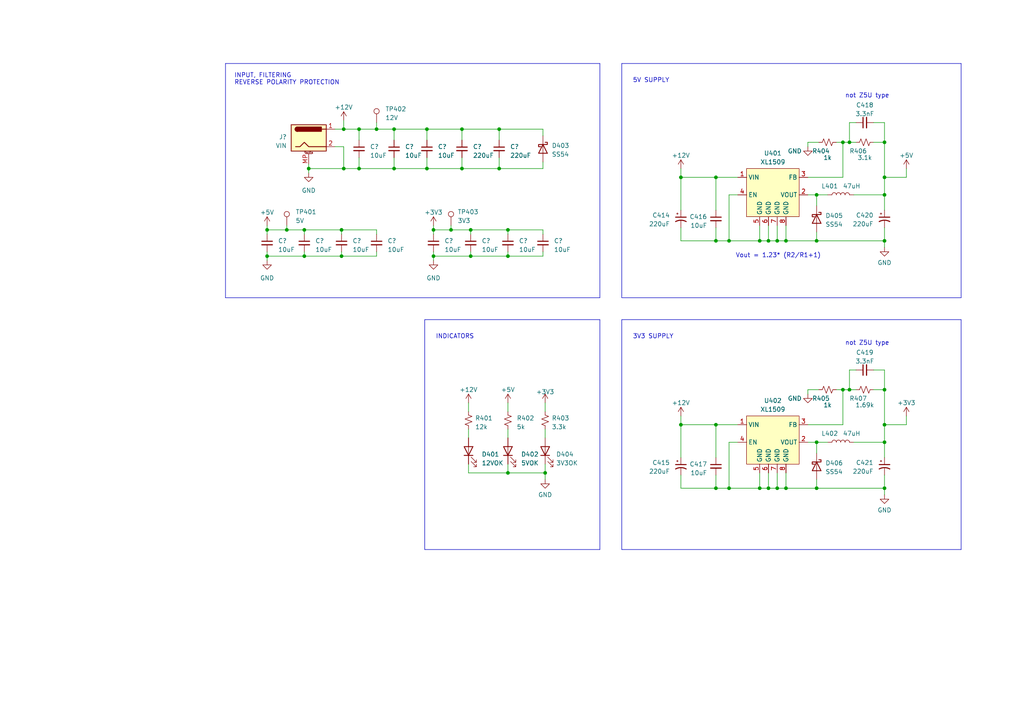
<source format=kicad_sch>
(kicad_sch (version 20230121) (generator eeschema)
  (paper "A4")
  (title_block (title "POWER SUPPLY") (date "2023-04-16") (rev "1.0") (company "matei repair lab"))
  (lib_symbols
    (symbol "Connector:Barrel_Jack_MountingPin" (pin_names hide)
      (property "Reference" "J" (at 0 5.334 0))
      (property "Value" "Barrel_Jack_MountingPin" (at 1.27 -6.35 0))
      (symbol "Barrel_Jack_MountingPin_0_1"
        (rectangle (start -5.08 3.81) (end 5.08 -3.81) (stroke (width 0.254)) (fill (type background)))
        (arc (start -3.302 3.175) (mid -3.9343 2.54) (end -3.302 1.905) (stroke (width 0.254)))
        (arc (start -3.302 3.175) (mid -3.9343 2.54) (end -3.302 1.905) (stroke (width 0.254)) (fill (type outline)))
        (polyline (pts (xy 5.08 2.54) (xy 3.81 2.54)) (stroke (width 0.254)))
        (polyline (pts (xy -3.81 -2.54) (xy -2.54 -2.54) (xy -1.27 -1.27) (xy 0 -2.54) (xy 2.54 -2.54) (xy 5.08 -2.54)) (stroke (width 0.254)))
        (rectangle (start 3.683 3.175) (end -3.302 1.905) (stroke (width 0.254)) (fill (type outline)))
      )
      (symbol "Barrel_Jack_MountingPin_1_1"
        (polyline (pts (xy -1.016 -4.572) (xy 1.016 -4.572)) (stroke (width 0.1524)))
        (text "Mounting" (at 0 -4.191 0) (effects (font (size 0.381 0.381))))
        (pin passive line (at 7.62 2.54 180) (length 2.54) (name "~") (number "1"))
        (pin passive line (at 7.62 -2.54 180) (length 2.54) (name "~") (number "2"))
        (pin passive line (at 0 -7.62 90) (length 3.048) (name "MountPin") (number "MP"))
      )
    )
    (symbol "Connector:TestPoint" (pin_numbers hide) (pin_names (offset 0.762) hide)
      (property "Reference" "TP" (at 0 6.858 0))
      (property "Value" "TestPoint" (at 0 5.08 0))
      (symbol "TestPoint_0_1"
        (circle (center 0 3.302) (radius 0.762))
      )
      (symbol "TestPoint_1_1"
        (pin passive line (at 0 0 90) (length 2.54) (name "1") (number "1"))
      )
    )
    (symbol "Device:C_Polarized_Small_US" (pin_numbers hide) (pin_names (offset 0.254) hide)
      (property "Reference" "C" (at 0.254 1.778 0))
      (property "Value" "C_Polarized_Small_US" (at 0.254 -2.032 0))
      (symbol "C_Polarized_Small_US_0_1"
        (polyline (pts (xy -1.524 0.508) (xy 1.524 0.508)) (stroke (width 0.3048)))
        (polyline (pts (xy -1.27 1.524) (xy -0.762 1.524)))
        (polyline (pts (xy -1.016 1.27) (xy -1.016 1.778)))
        (arc (start 1.524 -0.762) (mid 0 -0.3734) (end -1.524 -0.762) (stroke (width 0.3048)))
      )
      (symbol "C_Polarized_Small_US_1_1"
        (pin passive line (at 0 2.54 270) (length 2.032) (name "~") (number "1"))
        (pin passive line (at 0 -2.54 90) (length 2.032) (name "~") (number "2"))
      )
    )
    (symbol "Device:C_Small" (pin_numbers hide) (pin_names (offset 0.254) hide)
      (property "Reference" "C" (at 0.254 1.778 0))
      (property "Value" "C_Small" (at 0.254 -2.032 0))
      (symbol "C_Small_0_1"
        (polyline (pts (xy -1.524 -0.508) (xy 1.524 -0.508)) (stroke (width 0.3302)))
        (polyline (pts (xy -1.524 0.508) (xy 1.524 0.508)) (stroke (width 0.3048)))
      )
      (symbol "C_Small_1_1"
        (pin passive line (at 0 2.54 270) (length 2.032) (name "~") (number "1"))
        (pin passive line (at 0 -2.54 90) (length 2.032) (name "~") (number "2"))
      )
    )
    (symbol "Device:D_Schottky" (pin_numbers hide) (pin_names (offset 1.016) hide)
      (property "Reference" "D" (at 0 2.54 0))
      (property "Value" "D_Schottky" (at 0 -2.54 0))
      (symbol "D_Schottky_0_1"
        (polyline (pts (xy 1.27 0) (xy -1.27 0)))
        (polyline (pts (xy 1.27 1.27) (xy 1.27 -1.27) (xy -1.27 0) (xy 1.27 1.27)) (stroke (width 0.254)))
        (polyline (pts (xy -1.905 0.635) (xy -1.905 1.27) (xy -1.27 1.27) (xy -1.27 -1.27) (xy -0.635 -1.27) (xy -0.635 -0.635)) (stroke (width 0.254)))
      )
      (symbol "D_Schottky_1_1"
        (pin passive line (at -3.81 0 0) (length 2.54) (name "K") (number "1"))
        (pin passive line (at 3.81 0 180) (length 2.54) (name "A") (number "2"))
      )
    )
    (symbol "Device:L" (pin_numbers hide) (pin_names (offset 1.016) hide)
      (property "Reference" "L" (at -1.27 0 90))
      (property "Value" "L" (at 1.905 0 90))
      (symbol "L_0_1"
        (arc (start 0 -2.54) (mid 0.6323 -1.905) (end 0 -1.27))
        (arc (start 0 -1.27) (mid 0.6323 -0.635) (end 0 0))
        (arc (start 0 0) (mid 0.6323 0.635) (end 0 1.27))
        (arc (start 0 1.27) (mid 0.6323 1.905) (end 0 2.54))
      )
      (symbol "L_1_1"
        (pin passive line (at 0 3.81 270) (length 1.27) (name "1") (number "1"))
        (pin passive line (at 0 -3.81 90) (length 1.27) (name "2") (number "2"))
      )
    )
    (symbol "Device:LED" (pin_numbers hide) (pin_names (offset 1.016) hide)
      (property "Reference" "D" (at 0 2.54 0))
      (property "Value" "LED" (at 0 -2.54 0))
      (symbol "LED_0_1"
        (polyline (pts (xy -1.27 -1.27) (xy -1.27 1.27)) (stroke (width 0.254)))
        (polyline (pts (xy -1.27 0) (xy 1.27 0)))
        (polyline (pts (xy 1.27 -1.27) (xy 1.27 1.27) (xy -1.27 0) (xy 1.27 -1.27)) (stroke (width 0.254)))
        (polyline (pts (xy -3.048 -0.762) (xy -4.572 -2.286) (xy -3.81 -2.286) (xy -4.572 -2.286) (xy -4.572 -1.524)))
        (polyline (pts (xy -1.778 -0.762) (xy -3.302 -2.286) (xy -2.54 -2.286) (xy -3.302 -2.286) (xy -3.302 -1.524)))
      )
      (symbol "LED_1_1"
        (pin passive line (at -3.81 0 0) (length 2.54) (name "K") (number "1"))
        (pin passive line (at 3.81 0 180) (length 2.54) (name "A") (number "2"))
      )
    )
    (symbol "Device:R_Small_US" (pin_numbers hide) (pin_names (offset 0.254) hide)
      (property "Reference" "R" (at 0.762 0.508 0))
      (property "Value" "R_Small_US" (at 0.762 -1.016 0))
      (symbol "R_Small_US_1_1"
        (polyline (pts (xy 0 0) (xy 1.016 -0.381) (xy 0 -0.762) (xy -1.016 -1.143) (xy 0 -1.524)))
        (polyline (pts (xy 0 1.524) (xy 1.016 1.143) (xy 0 0.762) (xy -1.016 0.381) (xy 0 0)))
        (pin passive line (at 0 2.54 270) (length 1.016) (name "~") (number "1"))
        (pin passive line (at 0 -2.54 90) (length 1.016) (name "~") (number "2"))
      )
    )
    (symbol "matei:XL1509"
      (property "Reference" "U" (at -6.35 16.51 0))
      (property "Value" "XL1509" (at 5.08 16.51 0))
      (symbol "XL1509_0_0"
        (pin input line (at -3.81 -7.62 90) (length 2.54) (name "GND") (number "5"))
        (pin input line (at -1.27 -7.62 90) (length 2.54) (name "GND") (number "6"))
        (pin input line (at 1.27 -7.62 90) (length 2.54) (name "GND") (number "7"))
        (pin input line (at 3.81 -7.62 90) (length 2.54) (name "GND") (number "8"))
      )
      (symbol "XL1509_0_1"
        (rectangle (start -7.62 8.89) (end 7.62 -5.08) (stroke (width 0.1524)) (fill (type background)))
      )
      (symbol "XL1509_1_1"
        (pin input line (at -10.16 6.35 0) (length 2.54) (name "VIN") (number "1"))
        (pin input line (at 10.16 1.27 180) (length 2.54) (name "VOUT") (number "2"))
        (pin input line (at 10.16 6.35 180) (length 2.54) (name "FB") (number "3"))
        (pin input line (at -10.16 1.27 0) (length 2.54) (name "EN") (number "4"))
      )
    )
    (symbol "power:+12V" (power) (pin_names (offset 0))
      (property "Value" "+12V" (at 0 3.556 0))
      (symbol "+12V_0_1"
        (polyline (pts (xy -0.762 1.27) (xy 0 2.54)))
        (polyline (pts (xy 0 0) (xy 0 2.54)))
        (polyline (pts (xy 0 2.54) (xy 0.762 1.27)))
      )
      (symbol "+12V_1_1"
        (pin power_in line (at 0 0 90) (length 0) hide (name "+12V") (number "1"))
      )
    )
    (symbol "power:+3V3" (power) (pin_names (offset 0))
      (property "Value" "+3V3" (at 0 3.556 0))
      (symbol "+3V3_0_1"
        (polyline (pts (xy -0.762 1.27) (xy 0 2.54)))
        (polyline (pts (xy 0 0) (xy 0 2.54)))
        (polyline (pts (xy 0 2.54) (xy 0.762 1.27)))
      )
      (symbol "+3V3_1_1"
        (pin power_in line (at 0 0 90) (length 0) hide (name "+3V3") (number "1"))
      )
    )
    (symbol "power:+5V" (power) (pin_names (offset 0))
      (property "Value" "+5V" (at 0 3.556 0))
      (symbol "+5V_0_1"
        (polyline (pts (xy -0.762 1.27) (xy 0 2.54)))
        (polyline (pts (xy 0 0) (xy 0 2.54)))
        (polyline (pts (xy 0 2.54) (xy 0.762 1.27)))
      )
      (symbol "+5V_1_1"
        (pin power_in line (at 0 0 90) (length 0) hide (name "+5V") (number "1"))
      )
    )
    (symbol "power:GND" (power) (pin_names (offset 0))
      (property "Value" "GND" (at 0 -3.81 0))
      (symbol "GND_0_1"
        (polyline (pts (xy 0 0) (xy 0 -1.27) (xy 1.27 -1.27) (xy 0 -2.54) (xy -1.27 -1.27) (xy 0 -1.27)))
      )
      (symbol "GND_1_1"
        (pin power_in line (at 0 0 270) (length 0) hide (name "GND") (number "1"))
      )
    )
  )
  (junction (at 244.475 113.03))
  (junction (at 99.695 37.465))
  (junction (at 220.345 141.605))
  (junction (at 246.38 113.03))
  (junction (at 125.73 66.675))
  (junction (at 211.455 141.605))
  (junction (at 211.455 69.85))
  (junction (at 256.54 123.19))
  (junction (at 256.54 141.605))
  (junction (at 244.475 41.275))
  (junction (at 220.345 69.85))
  (junction (at 207.645 123.19))
  (junction (at 147.32 137.16))
  (junction (at 225.425 69.85))
  (junction (at 158.115 137.16))
  (junction (at 136.525 66.675))
  (junction (at 207.645 141.605))
  (junction (at 83.185 66.675))
  (junction (at 225.425 141.605))
  (junction (at 236.855 141.605))
  (junction (at 136.525 74.295))
  (junction (at 99.06 66.675))
  (junction (at 197.485 123.19))
  (junction (at 114.3 48.895))
  (junction (at 256.54 128.27))
  (junction (at 256.54 41.275))
  (junction (at 109.22 37.465))
  (junction (at 88.265 66.675))
  (junction (at 207.645 51.435))
  (junction (at 147.32 66.675))
  (junction (at 236.855 69.85))
  (junction (at 144.78 48.895))
  (junction (at 144.78 37.465))
  (junction (at 99.695 48.895))
  (junction (at 222.885 141.605))
  (junction (at 77.47 74.295))
  (junction (at 114.3 37.465))
  (junction (at 227.965 141.605))
  (junction (at 123.825 48.895))
  (junction (at 130.81 66.675))
  (junction (at 123.825 37.465))
  (junction (at 256.54 113.03))
  (junction (at 104.14 48.895))
  (junction (at 222.885 69.85))
  (junction (at 236.855 56.515))
  (junction (at 133.985 48.895))
  (junction (at 89.535 48.895))
  (junction (at 236.855 128.27))
  (junction (at 125.73 74.295))
  (junction (at 197.485 51.435))
  (junction (at 88.265 74.295))
  (junction (at 99.06 74.295))
  (junction (at 256.54 69.85))
  (junction (at 246.38 41.275))
  (junction (at 104.14 37.465))
  (junction (at 256.54 56.515))
  (junction (at 147.32 74.295))
  (junction (at 256.54 51.435))
  (junction (at 227.965 69.85))
  (junction (at 133.985 37.465))
  (junction (at 77.47 66.675))
  (junction (at 207.645 69.85))
  (polyline (pts (xy 123.19 92.71) (xy 123.19 159.385)))
  (wire (pts (xy 236.855 67.31) (xy 236.855 69.85)))
  (wire (pts (xy 147.32 74.295) (xy 136.525 74.295)))
  (wire (pts (xy 246.38 113.03) (xy 244.475 113.03)))
  (wire (pts (xy 262.89 48.895) (xy 262.89 51.435)))
  (wire (pts (xy 89.535 50.165) (xy 89.535 48.895)))
  (wire (pts (xy 144.78 37.465) (xy 144.78 40.64)))
  (polyline (pts (xy 65.405 86.36) (xy 173.99 86.36)))
  (wire (pts (xy 246.38 35.56) (xy 246.38 41.275)))
  (wire (pts (xy 256.54 66.04) (xy 256.54 69.85)))
  (wire (pts (xy 237.49 41.275) (xy 234.315 41.275)))
  (wire (pts (xy 89.535 47.625) (xy 89.535 48.895)))
  (wire (pts (xy 256.54 51.435) (xy 256.54 41.275)))
  (wire (pts (xy 234.315 56.515) (xy 236.855 56.515)))
  (polyline (pts (xy 278.765 159.385) (xy 278.765 92.71)))
  (wire (pts (xy 197.485 51.435) (xy 197.485 60.96)))
  (wire (pts (xy 225.425 69.85) (xy 227.965 69.85)))
  (wire (pts (xy 123.825 40.64) (xy 123.825 37.465)))
  (wire (pts (xy 211.455 128.27) (xy 211.455 141.605)))
  (wire (pts (xy 99.695 42.545) (xy 99.695 48.895)))
  (wire (pts (xy 237.49 113.03) (xy 234.315 113.03)))
  (wire (pts (xy 213.995 123.19) (xy 207.645 123.19)))
  (wire (pts (xy 256.54 41.275) (xy 253.365 41.275)))
  (wire (pts (xy 222.885 69.85) (xy 225.425 69.85)))
  (polyline (pts (xy 173.99 86.36) (xy 173.99 18.415)))
  (wire (pts (xy 234.315 51.435) (xy 244.475 51.435)))
  (wire (pts (xy 248.285 113.03) (xy 246.38 113.03)))
  (wire (pts (xy 236.855 69.85) (xy 227.965 69.85)))
  (wire (pts (xy 256.54 113.03) (xy 256.54 107.315)))
  (wire (pts (xy 244.475 113.03) (xy 242.57 113.03)))
  (wire (pts (xy 197.485 48.895) (xy 197.485 51.435)))
  (wire (pts (xy 157.48 74.295) (xy 147.32 74.295)))
  (wire (pts (xy 88.265 74.295) (xy 77.47 74.295)))
  (wire (pts (xy 244.475 41.275) (xy 242.57 41.275)))
  (wire (pts (xy 234.315 128.27) (xy 236.855 128.27)))
  (wire (pts (xy 88.265 66.675) (xy 99.06 66.675)))
  (wire (pts (xy 225.425 65.405) (xy 225.425 69.85)))
  (polyline (pts (xy 180.34 92.71) (xy 278.765 92.71)))
  (wire (pts (xy 114.3 40.64) (xy 114.3 37.465)))
  (polyline (pts (xy 278.765 18.415) (xy 180.34 18.415)))
  (wire (pts (xy 256.54 123.19) (xy 256.54 113.03)))
  (wire (pts (xy 135.89 124.46) (xy 135.89 127)))
  (wire (pts (xy 213.995 128.27) (xy 211.455 128.27)))
  (wire (pts (xy 225.425 141.605) (xy 227.965 141.605)))
  (wire (pts (xy 256.54 107.315) (xy 253.365 107.315)))
  (wire (pts (xy 104.14 48.895) (xy 99.695 48.895)))
  (wire (pts (xy 83.185 65.405) (xy 83.185 66.675)))
  (wire (pts (xy 262.89 123.19) (xy 256.54 123.19)))
  (wire (pts (xy 256.54 128.27) (xy 256.54 132.715)))
  (wire (pts (xy 99.06 66.675) (xy 109.22 66.675)))
  (wire (pts (xy 104.14 37.465) (xy 99.695 37.465)))
  (wire (pts (xy 207.645 66.04) (xy 207.645 69.85)))
  (wire (pts (xy 133.985 45.72) (xy 133.985 48.895)))
  (wire (pts (xy 99.06 74.295) (xy 88.265 74.295)))
  (wire (pts (xy 125.73 74.295) (xy 125.73 75.565)))
  (wire (pts (xy 248.285 41.275) (xy 246.38 41.275)))
  (wire (pts (xy 123.825 45.72) (xy 123.825 48.895)))
  (wire (pts (xy 256.54 141.605) (xy 236.855 141.605)))
  (wire (pts (xy 244.475 123.19) (xy 244.475 113.03)))
  (wire (pts (xy 256.54 141.605) (xy 256.54 143.51)))
  (wire (pts (xy 248.285 35.56) (xy 246.38 35.56)))
  (wire (pts (xy 157.48 46.99) (xy 157.48 48.895)))
  (wire (pts (xy 227.965 141.605) (xy 227.965 137.16)))
  (wire (pts (xy 125.73 66.675) (xy 130.81 66.675)))
  (wire (pts (xy 135.89 116.84) (xy 135.89 119.38)))
  (wire (pts (xy 133.985 37.465) (xy 133.985 40.64)))
  (wire (pts (xy 130.81 65.405) (xy 130.81 66.675)))
  (wire (pts (xy 88.265 73.025) (xy 88.265 74.295)))
  (wire (pts (xy 211.455 69.85) (xy 220.345 69.85)))
  (wire (pts (xy 104.14 45.72) (xy 104.14 48.895)))
  (wire (pts (xy 157.48 37.465) (xy 157.48 39.37)))
  (wire (pts (xy 158.115 134.62) (xy 158.115 137.16)))
  (wire (pts (xy 77.47 65.405) (xy 77.47 66.675)))
  (wire (pts (xy 211.455 56.515) (xy 211.455 69.85)))
  (wire (pts (xy 136.525 74.295) (xy 125.73 74.295)))
  (wire (pts (xy 77.47 66.675) (xy 77.47 67.945)))
  (wire (pts (xy 147.32 73.025) (xy 147.32 74.295)))
  (wire (pts (xy 99.695 37.465) (xy 99.695 34.925)))
  (wire (pts (xy 246.38 41.275) (xy 244.475 41.275)))
  (wire (pts (xy 158.115 124.46) (xy 158.115 127)))
  (wire (pts (xy 133.985 48.895) (xy 123.825 48.895)))
  (wire (pts (xy 256.54 137.795) (xy 256.54 141.605)))
  (wire (pts (xy 144.78 45.72) (xy 144.78 48.895)))
  (wire (pts (xy 207.645 69.85) (xy 211.455 69.85)))
  (wire (pts (xy 256.54 69.85) (xy 236.855 69.85)))
  (wire (pts (xy 220.345 137.16) (xy 220.345 141.605)))
  (wire (pts (xy 99.06 66.675) (xy 99.06 67.945)))
  (wire (pts (xy 207.645 51.435) (xy 207.645 60.96)))
  (wire (pts (xy 144.78 48.895) (xy 133.985 48.895)))
  (wire (pts (xy 262.89 120.65) (xy 262.89 123.19)))
  (wire (pts (xy 246.38 107.315) (xy 246.38 113.03)))
  (wire (pts (xy 197.485 69.85) (xy 207.645 69.85)))
  (wire (pts (xy 99.695 48.895) (xy 89.535 48.895)))
  (wire (pts (xy 222.885 137.16) (xy 222.885 141.605)))
  (polyline (pts (xy 123.19 159.385) (xy 173.99 159.385)))
  (wire (pts (xy 144.78 37.465) (xy 157.48 37.465)))
  (wire (pts (xy 97.155 37.465) (xy 99.695 37.465)))
  (wire (pts (xy 234.315 41.275) (xy 234.315 42.545)))
  (polyline (pts (xy 278.765 18.415) (xy 278.765 86.36)))
  (wire (pts (xy 147.32 66.675) (xy 147.32 67.945)))
  (wire (pts (xy 244.475 51.435) (xy 244.475 41.275)))
  (wire (pts (xy 247.65 128.27) (xy 256.54 128.27)))
  (wire (pts (xy 109.22 74.295) (xy 99.06 74.295)))
  (polyline (pts (xy 123.19 92.71) (xy 173.99 92.71)))
  (wire (pts (xy 109.22 35.56) (xy 109.22 37.465)))
  (wire (pts (xy 158.115 116.84) (xy 158.115 119.38)))
  (wire (pts (xy 104.14 40.64) (xy 104.14 37.465)))
  (wire (pts (xy 207.645 123.19) (xy 207.645 132.715)))
  (wire (pts (xy 197.485 123.19) (xy 197.485 132.715)))
  (wire (pts (xy 147.32 116.84) (xy 147.32 119.38)))
  (wire (pts (xy 135.89 137.16) (xy 147.32 137.16)))
  (wire (pts (xy 77.47 66.675) (xy 83.185 66.675)))
  (wire (pts (xy 77.47 73.025) (xy 77.47 74.295)))
  (wire (pts (xy 236.855 128.27) (xy 240.03 128.27)))
  (wire (pts (xy 158.115 137.16) (xy 158.115 139.065)))
  (wire (pts (xy 256.54 56.515) (xy 256.54 51.435)))
  (wire (pts (xy 236.855 141.605) (xy 227.965 141.605)))
  (wire (pts (xy 147.32 66.675) (xy 157.48 66.675)))
  (polyline (pts (xy 173.99 159.385) (xy 173.99 92.71)))
  (wire (pts (xy 83.185 66.675) (xy 88.265 66.675)))
  (wire (pts (xy 114.3 45.72) (xy 114.3 48.895)))
  (wire (pts (xy 248.285 107.315) (xy 246.38 107.315)))
  (wire (pts (xy 197.485 137.795) (xy 197.485 141.605)))
  (wire (pts (xy 136.525 73.025) (xy 136.525 74.295)))
  (wire (pts (xy 262.89 51.435) (xy 256.54 51.435)))
  (wire (pts (xy 157.48 48.895) (xy 144.78 48.895)))
  (wire (pts (xy 123.825 37.465) (xy 114.3 37.465)))
  (wire (pts (xy 213.995 51.435) (xy 207.645 51.435)))
  (wire (pts (xy 123.825 37.465) (xy 133.985 37.465)))
  (wire (pts (xy 236.855 139.065) (xy 236.855 141.605)))
  (wire (pts (xy 222.885 141.605) (xy 225.425 141.605)))
  (wire (pts (xy 147.32 137.16) (xy 158.115 137.16)))
  (wire (pts (xy 227.965 69.85) (xy 227.965 65.405)))
  (wire (pts (xy 256.54 56.515) (xy 256.54 60.96)))
  (polyline (pts (xy 180.34 92.71) (xy 180.34 159.385)))
  (wire (pts (xy 123.825 48.895) (xy 114.3 48.895)))
  (wire (pts (xy 222.885 65.405) (xy 222.885 69.85)))
  (wire (pts (xy 256.54 35.56) (xy 253.365 35.56)))
  (wire (pts (xy 234.315 123.19) (xy 244.475 123.19)))
  (wire (pts (xy 211.455 141.605) (xy 220.345 141.605)))
  (polyline (pts (xy 65.405 18.415) (xy 173.99 18.415)))
  (wire (pts (xy 97.155 42.545) (xy 99.695 42.545)))
  (wire (pts (xy 225.425 137.16) (xy 225.425 141.605)))
  (wire (pts (xy 125.73 65.405) (xy 125.73 66.675)))
  (polyline (pts (xy 65.405 18.415) (xy 65.405 86.36)))
  (wire (pts (xy 256.54 113.03) (xy 253.365 113.03)))
  (wire (pts (xy 109.22 73.025) (xy 109.22 74.295)))
  (wire (pts (xy 256.54 69.85) (xy 256.54 71.755)))
  (wire (pts (xy 109.22 66.675) (xy 109.22 67.945)))
  (wire (pts (xy 99.06 73.025) (xy 99.06 74.295)))
  (wire (pts (xy 130.81 66.675) (xy 136.525 66.675)))
  (wire (pts (xy 207.645 123.19) (xy 197.485 123.19)))
  (wire (pts (xy 125.73 66.675) (xy 125.73 67.945)))
  (wire (pts (xy 133.985 37.465) (xy 144.78 37.465)))
  (wire (pts (xy 135.89 134.62) (xy 135.89 137.16)))
  (wire (pts (xy 197.485 66.04) (xy 197.485 69.85)))
  (wire (pts (xy 109.22 37.465) (xy 104.14 37.465)))
  (wire (pts (xy 247.65 56.515) (xy 256.54 56.515)))
  (wire (pts (xy 136.525 66.675) (xy 147.32 66.675)))
  (wire (pts (xy 147.32 124.46) (xy 147.32 127)))
  (wire (pts (xy 220.345 65.405) (xy 220.345 69.85)))
  (wire (pts (xy 157.48 73.025) (xy 157.48 74.295)))
  (wire (pts (xy 213.995 56.515) (xy 211.455 56.515)))
  (wire (pts (xy 114.3 48.895) (xy 104.14 48.895)))
  (wire (pts (xy 77.47 74.295) (xy 77.47 75.565)))
  (polyline (pts (xy 180.34 86.36) (xy 278.765 86.36)))
  (polyline (pts (xy 180.34 18.415) (xy 180.34 86.36)))
  (wire (pts (xy 220.345 69.85) (xy 222.885 69.85)))
  (wire (pts (xy 207.645 51.435) (xy 197.485 51.435)))
  (wire (pts (xy 236.855 56.515) (xy 236.855 59.69)))
  (wire (pts (xy 236.855 56.515) (xy 240.03 56.515)))
  (wire (pts (xy 207.645 141.605) (xy 211.455 141.605)))
  (polyline (pts (xy 180.34 159.385) (xy 278.765 159.385)))
  (wire (pts (xy 207.645 137.795) (xy 207.645 141.605)))
  (wire (pts (xy 234.315 113.03) (xy 234.315 114.3)))
  (wire (pts (xy 157.48 66.675) (xy 157.48 67.945)))
  (wire (pts (xy 256.54 41.275) (xy 256.54 35.56)))
  (wire (pts (xy 147.32 134.62) (xy 147.32 137.16)))
  (wire (pts (xy 236.855 128.27) (xy 236.855 131.445)))
  (wire (pts (xy 125.73 73.025) (xy 125.73 74.295)))
  (wire (pts (xy 136.525 66.675) (xy 136.525 67.945)))
  (wire (pts (xy 114.3 37.465) (xy 109.22 37.465)))
  (wire (pts (xy 220.345 141.605) (xy 222.885 141.605)))
  (wire (pts (xy 197.485 120.65) (xy 197.485 123.19)))
  (wire (pts (xy 256.54 128.27) (xy 256.54 123.19)))
  (wire (pts (xy 197.485 141.605) (xy 207.645 141.605)))
  (wire (pts (xy 88.265 66.675) (xy 88.265 67.945)))
  (text "not Z5U type" (at 245.11 100.33 0) (effects (font (size 1.27 1.27)) (justify left bottom)))
  (text "5V SUPPLY" (at 183.515 24.13 0) (effects (font (size 1.27 1.27)) (justify left bottom)))
  (text "INDICATORS" (at 126.365 98.425 0) (effects (font (size 1.27 1.27)) (justify left bottom)))
  (text "not Z5U type" (at 245.11 28.575 0) (effects (font (size 1.27 1.27)) (justify left bottom)))
  (text "3V3 SUPPLY" (at 183.515 98.425 0) (effects (font (size 1.27 1.27)) (justify left bottom)))
  (text "Vout = 1.23* (R2/R1+1)" (at 213.36 74.93 0) (effects (font (size 1.27 1.27)) (justify left bottom)))
  (text "INPUT, FILTERING\nREVERSE POLARITY PROTECTION" (at 67.945 24.765 0) (effects (font (size 1.27 1.27)) (justify left bottom)))
  (symbol (lib_id "Device:C_Small") (at 144.78 43.18 0) (mirror y) (unit 1)
    (property "Reference" "C?" (at 147.955 42.5513 0) (effects (justify right)))
    (property "Value" "220uF" (at 147.955 45.0913 0) (effects (justify right)))
    (instances (project "electronic-knitter" (path "" (reference "C?") (unit 1)) (path "" (reference "C411") (unit 1))))
  )
  (symbol (lib_id "Device:LED") (at 158.115 130.81 90) (unit 1)
    (property "Reference" "D404" (at 161.29 131.7625 90) (effects (justify right)))
    (property "Value" "3V3OK" (at 161.29 134.3025 90) (effects (justify right)))
  )
  (symbol (lib_id "power:GND") (at 256.54 143.51 0) (unit 1)
    (property "Reference" "#PWR0416" (effects hide))
    (property "Value" "GND" (at 256.54 147.955 0))
  )
  (symbol (lib_id "power:GND") (at 256.54 71.755 0) (unit 1)
    (property "Reference" "#PWR0415" (effects hide))
    (property "Value" "GND" (at 256.54 76.2 0))
  )
  (symbol (lib_id "Device:C_Small") (at 207.645 135.255 0) (unit 1)
    (property "Reference" "C417" (at 205.105 134.6263 0) (effects (justify right)))
    (property "Value" "10uF" (at 205.105 137.1663 0) (effects (justify right)))
  )
  (symbol (lib_id "Device:C_Polarized_Small_US") (at 256.54 63.5 0) (unit 1)
    (property "Reference" "C420" (at 253.365 62.4332 0) (effects (justify right)))
    (property "Value" "220uF" (at 253.365 64.9732 0) (effects (justify right)))
  )
  (symbol (lib_id "power:+12V") (at 135.89 116.84 0) (mirror y) (unit 1)
    (property "Reference" "#PWR0114" (effects hide))
    (property "Value" "+12V" (at 135.89 113.03 0))
    (instances (project "electronic-knitter" (path "" (reference "#PWR0114") (unit 1)) (path "" (reference "#PWR0407") (unit 1))))
  )
  (symbol (lib_id "matei:XL1509") (at 224.155 129.54 0) (unit 1)
    (property "Reference" "U402" (at 224.155 116.205 0))
    (property "Value" "XL1509" (at 224.155 118.745 0))
  )
  (symbol (lib_id "Device:LED") (at 147.32 130.81 90) (unit 1)
    (property "Reference" "D402" (at 151.13 131.7625 90) (effects (justify right)))
    (property "Value" "5VOK" (at 151.13 134.3025 90) (effects (justify right)))
  )
  (symbol (lib_id "Device:C_Small") (at 136.525 70.485 0) (mirror y) (unit 1)
    (property "Reference" "C?" (at 139.7 69.8563 0) (effects (justify right)))
    (property "Value" "10uF" (at 139.7 72.3963 0) (effects (justify right)))
    (instances (project "electronic-knitter" (path "" (reference "C?") (unit 1)) (path "" (reference "C410") (unit 1))))
  )
  (symbol (lib_id "Device:L") (at 243.84 56.515 90) (unit 1)
    (property "Reference" "L401" (at 240.665 53.975 90))
    (property "Value" "47uH" (at 247.015 53.975 90))
  )
  (symbol (lib_id "Device:C_Polarized_Small_US") (at 197.485 135.255 0) (unit 1)
    (property "Reference" "C415" (at 194.31 134.1882 0) (effects (justify right)))
    (property "Value" "220uF" (at 194.31 136.7282 0) (effects (justify right)))
  )
  (symbol (lib_id "power:+12V") (at 99.695 34.925 0) (mirror y) (unit 1)
    (property "Reference" "#PWR0114" (effects hide))
    (property "Value" "+12V" (at 99.695 31.115 0))
    (instances (project "electronic-knitter" (path "" (reference "#PWR0114") (unit 1)) (path "" (reference "#PWR0404") (unit 1))))
  )
  (symbol (lib_id "power:+3V3") (at 158.115 116.84 0) (unit 1)
    (property "Reference" "#PWR0409" (effects hide))
    (property "Value" "+3V3" (at 158.115 113.665 0))
  )
  (symbol (lib_id "Device:C_Small") (at 88.265 70.485 0) (mirror y) (unit 1)
    (property "Reference" "C?" (at 91.44 69.8563 0) (effects (justify right)))
    (property "Value" "10uF" (at 91.44 72.3963 0) (effects (justify right)))
    (instances (project "electronic-knitter" (path "" (reference "C?") (unit 1)) (path "" (reference "C402") (unit 1))))
  )
  (symbol (lib_id "Device:R_Small_US") (at 250.825 113.03 90) (unit 1)
    (property "Reference" "R407" (at 248.92 115.57 90))
    (property "Value" "1.69k" (at 250.825 117.475 90))
  )
  (symbol (lib_id "Device:R_Small_US") (at 147.32 121.92 0) (unit 1)
    (property "Reference" "R402" (at 149.86 121.285 0) (effects (justify left)))
    (property "Value" "5k" (at 149.86 123.825 0) (effects (justify left)))
  )
  (symbol (lib_id "Device:C_Small") (at 109.22 70.485 0) (mirror y) (unit 1)
    (property "Reference" "C?" (at 112.395 69.8563 0) (effects (justify right)))
    (property "Value" "10uF" (at 112.395 72.3963 0) (effects (justify right)))
    (instances (project "electronic-knitter" (path "" (reference "C?") (unit 1)) (path "" (reference "C405") (unit 1))))
  )
  (symbol (lib_id "Device:L") (at 243.84 128.27 90) (unit 1)
    (property "Reference" "L402" (at 240.665 125.73 90))
    (property "Value" "47uH" (at 247.015 125.73 90))
  )
  (symbol (lib_id "power:GND") (at 125.73 75.565 0) (mirror y) (unit 1)
    (property "Reference" "#PWR0113" (effects hide))
    (property "Value" "GND" (at 125.73 80.645 0))
    (instances (project "electronic-knitter" (path "" (reference "#PWR0113") (unit 1)) (path "" (reference "#PWR0406") (unit 1))))
  )
  (symbol (lib_id "Connector:TestPoint") (at 130.81 65.405 0) (unit 1)
    (property "Reference" "TP403" (at 132.715 61.468 0) (effects (justify left)))
    (property "Value" "3V3" (at 132.715 64.008 0) (effects (justify left)))
  )
  (symbol (lib_id "power:GND") (at 234.315 42.545 0) (unit 1)
    (property "Reference" "#PWR0413" (effects hide))
    (property "Value" "GND" (at 230.505 43.815 0))
  )
  (symbol (lib_id "Connector:TestPoint") (at 109.22 35.56 0) (unit 1)
    (property "Reference" "TP402" (at 111.76 31.623 0) (effects (justify left)))
    (property "Value" "12V" (at 111.76 34.163 0) (effects (justify left)))
  )
  (symbol (lib_id "power:GND") (at 77.47 75.565 0) (mirror y) (unit 1)
    (property "Reference" "#PWR0113" (effects hide))
    (property "Value" "GND" (at 77.47 80.645 0))
    (instances (project "electronic-knitter" (path "" (reference "#PWR0113") (unit 1)) (path "" (reference "#PWR0402") (unit 1))))
  )
  (symbol (lib_id "power:GND") (at 89.535 50.165 0) (mirror y) (unit 1)
    (property "Reference" "#PWR0113" (effects hide))
    (property "Value" "GND" (at 89.535 55.245 0))
    (instances (project "electronic-knitter" (path "" (reference "#PWR0113") (unit 1)) (path "" (reference "#PWR0403") (unit 1))))
  )
  (symbol (lib_id "Connector:TestPoint") (at 83.185 65.405 0) (unit 1)
    (property "Reference" "TP401" (at 85.725 61.468 0) (effects (justify left)))
    (property "Value" "5V" (at 85.725 64.008 0) (effects (justify left)))
  )
  (symbol (lib_id "Device:C_Small") (at 77.47 70.485 0) (mirror y) (unit 1)
    (property "Reference" "C?" (at 80.645 69.8563 0) (effects (justify right)))
    (property "Value" "10uF" (at 80.645 72.3963 0) (effects (justify right)))
    (instances (project "electronic-knitter" (path "" (reference "C?") (unit 1)) (path "" (reference "C401") (unit 1))))
  )
  (symbol (lib_id "power:+5V") (at 77.47 65.405 0) (unit 1)
    (property "Reference" "#PWR0401" (effects hide))
    (property "Value" "+5V" (at 77.47 61.595 0))
  )
  (symbol (lib_id "Device:R_Small_US") (at 240.03 41.275 270) (unit 1)
    (property "Reference" "R404" (at 238.125 43.815 90))
    (property "Value" "1k" (at 240.03 45.72 90))
  )
  (symbol (lib_id "Device:C_Polarized_Small_US") (at 256.54 135.255 0) (unit 1)
    (property "Reference" "C421" (at 253.365 134.1882 0) (effects (justify right)))
    (property "Value" "220uF" (at 253.365 136.7282 0) (effects (justify right)))
  )
  (symbol (lib_id "power:GND") (at 234.315 114.3 0) (unit 1)
    (property "Reference" "#PWR0414" (effects hide))
    (property "Value" "GND" (at 230.505 115.57 0))
  )
  (symbol (lib_id "power:+3V3") (at 125.73 65.405 0) (unit 1)
    (property "Reference" "#PWR0405" (effects hide))
    (property "Value" "+3V3" (at 125.73 61.595 0))
  )
  (symbol (lib_id "Device:C_Small") (at 104.14 43.18 0) (mirror y) (unit 1)
    (property "Reference" "C?" (at 107.315 42.5513 0) (effects (justify right)))
    (property "Value" "10uF" (at 107.315 45.0913 0) (effects (justify right)))
    (instances (project "electronic-knitter" (path "" (reference "C?") (unit 1)) (path "" (reference "C404") (unit 1))))
  )
  (symbol (lib_id "Device:LED") (at 135.89 130.81 90) (unit 1)
    (property "Reference" "D401" (at 139.7 131.7625 90) (effects (justify right)))
    (property "Value" "12VOK" (at 139.7 134.3025 90) (effects (justify right)))
  )
  (symbol (lib_id "power:+12V") (at 197.485 120.65 0) (unit 1)
    (property "Reference" "#PWR0412" (effects hide))
    (property "Value" "+12V" (at 197.485 116.84 0))
  )
  (symbol (lib_id "power:+5V") (at 147.32 116.84 0) (unit 1)
    (property "Reference" "#PWR0408" (effects hide))
    (property "Value" "+5V" (at 147.32 113.03 0))
  )
  (symbol (lib_id "power:+5V") (at 262.89 48.895 0) (unit 1)
    (property "Reference" "#PWR0417" (effects hide))
    (property "Value" "+5V" (at 262.89 45.085 0))
  )
  (symbol (lib_id "power:+3V3") (at 262.89 120.65 0) (unit 1)
    (property "Reference" "#PWR0418" (effects hide))
    (property "Value" "+3V3" (at 262.89 116.84 0))
  )
  (symbol (lib_id "Device:R_Small_US") (at 135.89 121.92 0) (unit 1)
    (property "Reference" "R401" (at 137.795 121.285 0) (effects (justify left)))
    (property "Value" "12k" (at 137.795 123.825 0) (effects (justify left)))
  )
  (symbol (lib_id "Device:R_Small_US") (at 240.03 113.03 270) (unit 1)
    (property "Reference" "R405" (at 238.125 115.57 90))
    (property "Value" "1k" (at 240.03 117.475 90))
  )
  (symbol (lib_id "power:GND") (at 158.115 139.065 0) (unit 1)
    (property "Reference" "#PWR0410" (effects hide))
    (property "Value" "GND" (at 158.115 143.51 0))
  )
  (symbol (lib_id "Device:C_Small") (at 147.32 70.485 0) (mirror y) (unit 1)
    (property "Reference" "C?" (at 150.495 69.8563 0) (effects (justify right)))
    (property "Value" "10uF" (at 150.495 72.3963 0) (effects (justify right)))
    (instances (project "electronic-knitter" (path "" (reference "C?") (unit 1)) (path "" (reference "C412") (unit 1))))
  )
  (symbol (lib_id "power:+12V") (at 197.485 48.895 0) (unit 1)
    (property "Reference" "#PWR0411" (effects hide))
    (property "Value" "+12V" (at 197.485 45.085 0))
  )
  (symbol (lib_id "Device:C_Small") (at 125.73 70.485 0) (mirror y) (unit 1)
    (property "Reference" "C?" (at 128.905 69.8563 0) (effects (justify right)))
    (property "Value" "10uF" (at 128.905 72.3963 0) (effects (justify right)))
    (instances (project "electronic-knitter" (path "" (reference "C?") (unit 1)) (path "" (reference "C408") (unit 1))))
  )
  (symbol (lib_id "Device:C_Small") (at 123.825 43.18 0) (mirror y) (unit 1)
    (property "Reference" "C?" (at 127 42.5513 0) (effects (justify right)))
    (property "Value" "10uF" (at 127 45.0913 0) (effects (justify right)))
    (instances (project "electronic-knitter" (path "" (reference "C?") (unit 1)) (path "" (reference "C407") (unit 1))))
  )
  (symbol (lib_id "Device:C_Small") (at 114.3 43.18 0) (mirror y) (unit 1)
    (property "Reference" "C?" (at 117.475 42.5513 0) (effects (justify right)))
    (property "Value" "10uF" (at 117.475 45.0913 0) (effects (justify right)))
    (instances (project "electronic-knitter" (path "" (reference "C?") (unit 1)) (path "" (reference "C406") (unit 1))))
  )
  (symbol (lib_id "Device:R_Small_US") (at 158.115 121.92 0) (unit 1)
    (property "Reference" "R403" (at 160.02 121.285 0) (effects (justify left)))
    (property "Value" "3.3k" (at 160.02 123.825 0) (effects (justify left)))
  )
  (symbol (lib_id "Device:C_Small") (at 157.48 70.485 0) (mirror y) (unit 1)
    (property "Reference" "C?" (at 160.655 69.8563 0) (effects (justify right)))
    (property "Value" "10uF" (at 160.655 72.3963 0) (effects (justify right)))
    (instances (project "electronic-knitter" (path "" (reference "C?") (unit 1)) (path "" (reference "C413") (unit 1))))
  )
  (symbol (lib_id "matei:XL1509") (at 224.155 57.785 0) (unit 1)
    (property "Reference" "U401" (at 224.155 44.45 0))
    (property "Value" "XL1509" (at 224.155 46.99 0))
  )
  (symbol (lib_id "Connector:Barrel_Jack_MountingPin") (at 89.535 40.005 0) (unit 1)
    (property "Reference" "J?" (at 83.185 39.7256 0) (effects (justify right)))
    (property "Value" "VIN" (at 83.185 42.2656 0) (effects (justify right)))
    (instances (project "electronic-knitter" (path "" (reference "J?") (unit 1)) (path "" (reference "J401") (unit 1))))
  )
  (symbol (lib_id "Device:D_Schottky") (at 236.855 135.255 270) (unit 1)
    (property "Reference" "D406" (at 239.395 134.3025 90) (effects (justify left)))
    (property "Value" "SS54" (at 239.395 136.8425 90) (effects (justify left)))
  )
  (symbol (lib_id "Device:C_Small") (at 207.645 63.5 0) (unit 1)
    (property "Reference" "C416" (at 205.105 62.8713 0) (effects (justify right)))
    (property "Value" "10uF" (at 205.105 65.4113 0) (effects (justify right)))
  )
  (symbol (lib_id "Device:C_Polarized_Small_US") (at 197.485 63.5 0) (unit 1)
    (property "Reference" "C414" (at 194.31 62.4332 0) (effects (justify right)))
    (property "Value" "220uF" (at 194.31 64.9732 0) (effects (justify right)))
  )
  (symbol (lib_id "Device:C_Small") (at 133.985 43.18 0) (mirror y) (unit 1)
    (property "Reference" "C?" (at 137.16 42.5513 0) (effects (justify right)))
    (property "Value" "220uF" (at 137.16 45.0913 0) (effects (justify right)))
    (instances (project "electronic-knitter" (path "" (reference "C?") (unit 1)) (path "" (reference "C409") (unit 1))))
  )
  (symbol (lib_id "Device:D_Schottky") (at 157.48 43.18 270) (unit 1)
    (property "Reference" "D403" (at 160.02 42.2275 90) (effects (justify left)))
    (property "Value" "SS54" (at 160.02 44.7675 90) (effects (justify left)))
  )
  (symbol (lib_id "Device:D_Schottky") (at 236.855 63.5 270) (unit 1)
    (property "Reference" "D405" (at 239.395 62.5475 90) (effects (justify left)))
    (property "Value" "SS54" (at 239.395 65.0875 90) (effects (justify left)))
  )
  (symbol (lib_id "Device:C_Small") (at 99.06 70.485 0) (mirror y) (unit 1)
    (property "Reference" "C?" (at 102.235 69.8563 0) (effects (justify right)))
    (property "Value" "10uF" (at 102.235 72.3963 0) (effects (justify right)))
    (instances (project "electronic-knitter" (path "" (reference "C?") (unit 1)) (path "" (reference "C403") (unit 1))))
  )
  (symbol (lib_id "Device:C_Small") (at 250.825 107.315 90) (unit 1)
    (property "Reference" "C419" (at 250.8313 102.235 90))
    (property "Value" "3.3nF" (at 250.8313 104.775 90))
  )
  (symbol (lib_id "Device:R_Small_US") (at 250.825 41.275 90) (unit 1)
    (property "Reference" "R406" (at 248.92 43.815 90))
    (property "Value" "3.1k" (at 250.825 45.72 90))
  )
  (symbol (lib_id "Device:C_Small") (at 250.825 35.56 90) (unit 1)
    (property "Reference" "C418" (at 250.8313 30.48 90))
    (property "Value" "3.3nF" (at 250.8313 33.02 90))
  )
)
</source>
